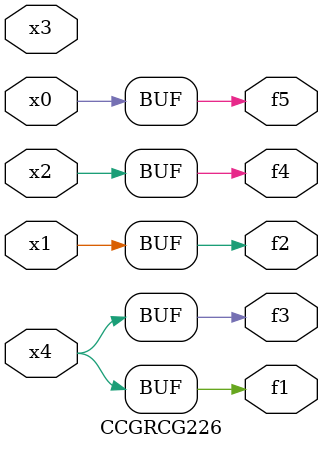
<source format=v>
module CCGRCG226(
	input x0, x1, x2, x3, x4,
	output f1, f2, f3, f4, f5
);
	assign f1 = x4;
	assign f2 = x1;
	assign f3 = x4;
	assign f4 = x2;
	assign f5 = x0;
endmodule

</source>
